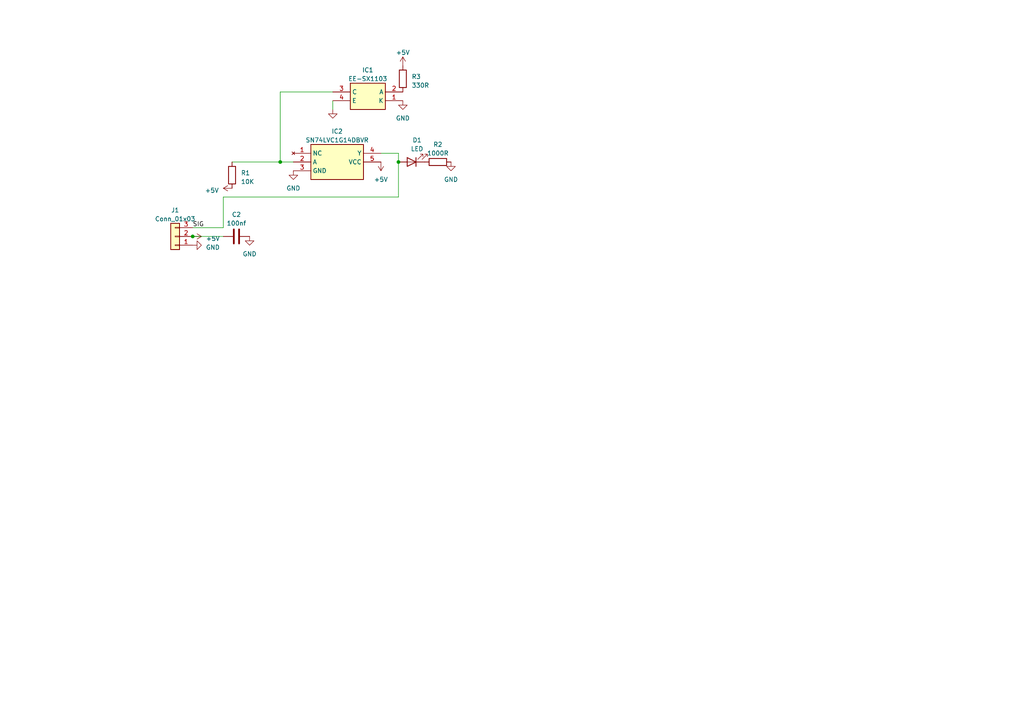
<source format=kicad_sch>
(kicad_sch (version 20230121) (generator eeschema)
  (paper "A4")
  (lib_symbols
    (symbol "Connector_Generic:Conn_01x03" (pin_names (offset 1.016) hide)
      (property "Reference" "J" (at 0 5.08 0))
      (property "Value" "Conn_01x03" (at 0 -5.08 0))
      (symbol "Conn_01x03_1_1"
        (rectangle (start -1.27 -2.413) (end 0 -2.667) (stroke (width 0.1524)))
        (rectangle (start -1.27 0.127) (end 0 -0.127) (stroke (width 0.1524)))
        (rectangle (start -1.27 2.667) (end 0 2.413) (stroke (width 0.1524)))
        (rectangle (start -1.27 3.81) (end 1.27 -3.81) (stroke (width 0.254)) (fill (type background)))
        (pin passive line (at -5.08 2.54 0) (length 3.81) (name "Pin_1") (number "1"))
        (pin passive line (at -5.08 0 0) (length 3.81) (name "Pin_2") (number "2"))
        (pin passive line (at -5.08 -2.54 0) (length 3.81) (name "Pin_3") (number "3"))
      )
    )
    (symbol "Device:C" (pin_numbers hide) (pin_names (offset 0.254))
      (property "Reference" "C" (at 0.635 2.54 0))
      (property "Value" "C" (at 0.635 -2.54 0))
      (symbol "C_0_1"
        (polyline (pts (xy -2.032 -0.762) (xy 2.032 -0.762)) (stroke (width 0.508)))
        (polyline (pts (xy -2.032 0.762) (xy 2.032 0.762)) (stroke (width 0.508)))
      )
      (symbol "C_1_1"
        (pin passive line (at 0 3.81 270) (length 2.794) (name "~") (number "1"))
        (pin passive line (at 0 -3.81 90) (length 2.794) (name "~") (number "2"))
      )
    )
    (symbol "Device:LED" (pin_numbers hide) (pin_names (offset 1.016) hide)
      (property "Reference" "D" (at 0 2.54 0))
      (property "Value" "LED" (at 0 -2.54 0))
      (symbol "LED_0_1"
        (polyline (pts (xy -1.27 -1.27) (xy -1.27 1.27)) (stroke (width 0.254)))
        (polyline (pts (xy -1.27 0) (xy 1.27 0)))
        (polyline (pts (xy 1.27 -1.27) (xy 1.27 1.27) (xy -1.27 0) (xy 1.27 -1.27)) (stroke (width 0.254)))
        (polyline (pts (xy -3.048 -0.762) (xy -4.572 -2.286) (xy -3.81 -2.286) (xy -4.572 -2.286) (xy -4.572 -1.524)))
        (polyline (pts (xy -1.778 -0.762) (xy -3.302 -2.286) (xy -2.54 -2.286) (xy -3.302 -2.286) (xy -3.302 -1.524)))
      )
      (symbol "LED_1_1"
        (pin passive line (at -3.81 0 0) (length 2.54) (name "K") (number "1"))
        (pin passive line (at 3.81 0 180) (length 2.54) (name "A") (number "2"))
      )
    )
    (symbol "Device:R" (pin_numbers hide) (pin_names (offset 0))
      (property "Reference" "R" (at 2.032 0 90))
      (property "Value" "R" (at 0 0 90))
      (symbol "R_0_1"
        (rectangle (start -1.016 -2.54) (end 1.016 2.54) (stroke (width 0.254)))
      )
      (symbol "R_1_1"
        (pin passive line (at 0 3.81 270) (length 1.27) (name "~") (number "1"))
        (pin passive line (at 0 -3.81 90) (length 1.27) (name "~") (number "2"))
      )
    )
    (symbol "SamacSys_Parts:EE-SX1103"
      (property "Reference" "IC" (at 16.51 7.62 0))
      (property "Value" "EE-SX1103" (at 16.51 5.08 0))
      (symbol "EE-SX1103_1_1"
        (rectangle (start 5.08 2.54) (end 15.24 -5.08) (stroke (width 0.254)) (fill (type background)))
        (pin passive line (at 20.32 -2.54 180) (length 5.08) (name "K") (number "1"))
        (pin passive line (at 20.32 0 180) (length 5.08) (name "A") (number "2"))
        (pin passive line (at 0 0 0) (length 5.08) (name "C") (number "3"))
        (pin passive line (at 0 -2.54 0) (length 5.08) (name "E") (number "4"))
      )
    )
    (symbol "SamacSys_Parts:SN74LVC1G14DBVR"
      (property "Reference" "IC" (at 21.59 7.62 0))
      (property "Value" "SN74LVC1G14DBVR" (at 21.59 5.08 0))
      (symbol "SN74LVC1G14DBVR_1_1"
        (rectangle (start 5.08 2.54) (end 20.32 -7.62) (stroke (width 0.254)) (fill (type background)))
        (pin no_connect line (at 0 0 0) (length 5.08) (name "NC") (number "1"))
        (pin passive line (at 0 -2.54 0) (length 5.08) (name "A") (number "2"))
        (pin passive line (at 0 -5.08 0) (length 5.08) (name "GND") (number "3"))
        (pin passive line (at 25.4 0 180) (length 5.08) (name "Y") (number "4"))
        (pin passive line (at 25.4 -2.54 180) (length 5.08) (name "VCC") (number "5"))
      )
    )
    (symbol "power:+5V" (power) (pin_names (offset 0))
      (property "Value" "+5V" (at 0 3.556 0))
      (symbol "+5V_0_1"
        (polyline (pts (xy -0.762 1.27) (xy 0 2.54)))
        (polyline (pts (xy 0 0) (xy 0 2.54)))
        (polyline (pts (xy 0 2.54) (xy 0.762 1.27)))
      )
      (symbol "+5V_1_1"
        (pin power_in line (at 0 0 90) (length 0) hide (name "+5V") (number "1"))
      )
    )
    (symbol "power:GND" (power) (pin_names (offset 0))
      (property "Value" "GND" (at 0 -3.81 0))
      (symbol "GND_0_1"
        (polyline (pts (xy 0 0) (xy 0 -1.27) (xy 1.27 -1.27) (xy 0 -2.54) (xy -1.27 -1.27) (xy 0 -1.27)))
      )
      (symbol "GND_1_1"
        (pin power_in line (at 0 0 270) (length 0) hide (name "GND") (number "1"))
      )
    )
  )
  (junction (at 115.57 46.99))
  (junction (at 55.88 68.58))
  (junction (at 81.28 46.99))
  (wire (pts (xy 81.28 26.67) (xy 81.28 46.99)))
  (wire (pts (xy 115.57 46.99) (xy 115.57 44.45)))
  (wire (pts (xy 115.57 57.15) (xy 115.57 46.99)))
  (wire (pts (xy 96.52 29.21) (xy 96.52 31.75)))
  (wire (pts (xy 64.77 66.04) (xy 64.77 57.15)))
  (wire (pts (xy 64.77 57.15) (xy 115.57 57.15)))
  (wire (pts (xy 115.57 44.45) (xy 110.49 44.45)))
  (wire (pts (xy 55.88 68.58) (xy 64.77 68.58)))
  (wire (pts (xy 55.88 66.04) (xy 64.77 66.04)))
  (wire (pts (xy 81.28 46.99) (xy 85.09 46.99)))
  (wire (pts (xy 96.52 26.67) (xy 81.28 26.67)))
  (wire (pts (xy 67.31 46.99) (xy 81.28 46.99)))
  (label "SIG" (at 55.88 66.04 0))
  (symbol (lib_id "power:GND") (at 55.88 71.12 90) (unit 1)
    (property "Reference" "#PWR02" (effects hide))
    (property "Value" "GND" (at 59.69 71.755 90) (effects (justify right)))
  )
  (symbol (lib_id "Device:C") (at 68.58 68.58 90) (unit 1)
    (property "Reference" "C2" (at 68.58 62.23 90))
    (property "Value" "100nf" (at 68.58 64.77 90))
    (property "Footprint" "Capacitor_SMD:C_0603_1608Metric_Pad1.08x0.95mm_HandSolder" (effects hide))
  )
  (symbol (lib_id "Device:R") (at 116.84 22.86 0) (unit 1)
    (property "Reference" "R3" (at 119.38 22.225 0) (effects (justify left)))
    (property "Value" "330R" (at 119.38 24.765 0) (effects (justify left)))
    (property "Footprint" "Resistor_SMD:R_0603_1608Metric_Pad0.98x0.95mm_HandSolder" (effects hide))
  )
  (symbol (lib_id "power:GND") (at 85.09 49.53 0) (unit 1)
    (property "Reference" "#PWR010" (effects hide))
    (property "Value" "GND" (at 85.09 54.61 0))
  )
  (symbol (lib_id "SamacSys_Parts:SN74LVC1G14DBVR") (at 85.09 44.45 0) (unit 1)
    (property "Reference" "IC2" (at 97.79 38.1 0))
    (property "Value" "SN74LVC1G14DBVR" (at 97.79 40.64 0))
    (property "Footprint" "SOT95P280X145-5N" (effects hide))
    (property "Datasheet" "https://datasheet.datasheetarchive.com/originals/distributors/Datasheets-DGA13/1136296.pdf" (effects hide))
    (property "Height" "1.45" (effects hide))
    (property "Mouser Part Number" "595-SN74LVC1G14DBVR" (effects hide))
    (property "Mouser Price/Stock" "https://www.mouser.co.uk/ProductDetail/Texas-Instruments/SN74LVC1G14DBVR?qs=dT9u2OTAaVWRIgCrQFnxuQ%3D%3D" (effects hide))
    (property "Manufacturer_Name" "Texas Instruments" (effects hide))
    (property "Manufacturer_Part_Number" "SN74LVC1G14DBVR" (effects hide))
  )
  (symbol (lib_id "SamacSys_Parts:EE-SX1103") (at 96.52 26.67 0) (unit 1)
    (property "Reference" "IC1" (at 106.68 20.32 0))
    (property "Value" "EE-SX1103" (at 106.68 22.86 0))
    (property "Footprint" "EESX1103" (effects hide))
    (property "Datasheet" "https://omronfs.omron.com/en_US/ecb/products/pdf/en-ee_sx1103.pdf" (effects hide))
    (property "Height" "5.2" (effects hide))
    (property "Mouser Part Number" "653-EE-SX1103" (effects hide))
    (property "Mouser Price/Stock" "https://www.mouser.co.uk/ProductDetail/Omron-Electronics/EE-SX1103?qs=Pjd0UV7BHP9I6UcF70KjMA%3D%3D" (effects hide))
    (property "Manufacturer_Name" "Omron Electronics" (effects hide))
    (property "Manufacturer_Part_Number" "EE-SX1103" (effects hide))
  )
  (symbol (lib_id "power:+5V") (at 116.84 19.05 0) (unit 1)
    (property "Reference" "#PWR06" (effects hide))
    (property "Value" "+5V" (at 116.84 15.24 0))
  )
  (symbol (lib_id "power:+5V") (at 55.88 68.58 270) (unit 1)
    (property "Reference" "#PWR01" (effects hide))
    (property "Value" "+5V" (at 59.69 69.215 90) (effects (justify left)))
  )
  (symbol (lib_id "power:+5V") (at 110.49 46.99 180) (unit 1)
    (property "Reference" "#PWR09" (effects hide))
    (property "Value" "+5V" (at 110.49 52.07 0))
  )
  (symbol (lib_id "Connector_Generic:Conn_01x03") (at 50.8 68.58 180) (unit 1)
    (property "Reference" "J1" (at 50.8 60.96 0))
    (property "Value" "Conn_01x03" (at 50.8 63.5 0))
    (property "Footprint" "Connector_JST:JST_PH_B3B-PH-K_1x03_P2.00mm_Vertical" (effects hide))
  )
  (symbol (lib_id "power:GND") (at 96.52 31.75 0) (unit 1)
    (property "Reference" "#PWR07" (effects hide))
    (property "Value" "GND" (at 85.09 -2.54 0))
  )
  (symbol (lib_id "power:GND") (at 130.81 46.99 0) (unit 1)
    (property "Reference" "#PWR011" (effects hide))
    (property "Value" "GND" (at 130.81 52.07 0))
  )
  (symbol (lib_id "power:+5V") (at 67.31 54.61 90) (unit 1)
    (property "Reference" "#PWR08" (effects hide))
    (property "Value" "+5V" (at 63.5 55.245 90) (effects (justify left)))
  )
  (symbol (lib_id "power:GND") (at 116.84 29.21 0) (unit 1)
    (property "Reference" "#PWR05" (effects hide))
    (property "Value" "GND" (at 116.84 34.29 0))
  )
  (symbol (lib_id "power:GND") (at 72.39 68.58 0) (unit 1)
    (property "Reference" "#PWR03" (effects hide))
    (property "Value" "GND" (at 72.39 73.66 0))
  )
  (symbol (lib_id "Device:LED") (at 119.38 46.99 180) (unit 1)
    (property "Reference" "D1" (at 120.9675 40.64 0))
    (property "Value" "LED" (at 120.9675 43.18 0))
    (property "Footprint" "LED_SMD:LED_1206_3216Metric_Pad1.42x1.75mm_HandSolder" (effects hide))
  )
  (symbol (lib_id "Device:R") (at 127 46.99 90) (unit 1)
    (property "Reference" "R2" (at 127 41.91 90))
    (property "Value" "1000R" (at 127 44.45 90))
    (property "Footprint" "Resistor_SMD:R_0603_1608Metric_Pad0.98x0.95mm_HandSolder" (effects hide))
  )
  (symbol (lib_id "Device:R") (at 67.31 50.8 0) (unit 1)
    (property "Reference" "R1" (at 69.85 50.165 0) (effects (justify left)))
    (property "Value" "10K" (at 69.85 52.705 0) (effects (justify left)))
    (property "Footprint" "Resistor_SMD:R_0603_1608Metric_Pad0.98x0.95mm_HandSolder" (effects hide))
  )
)
</source>
